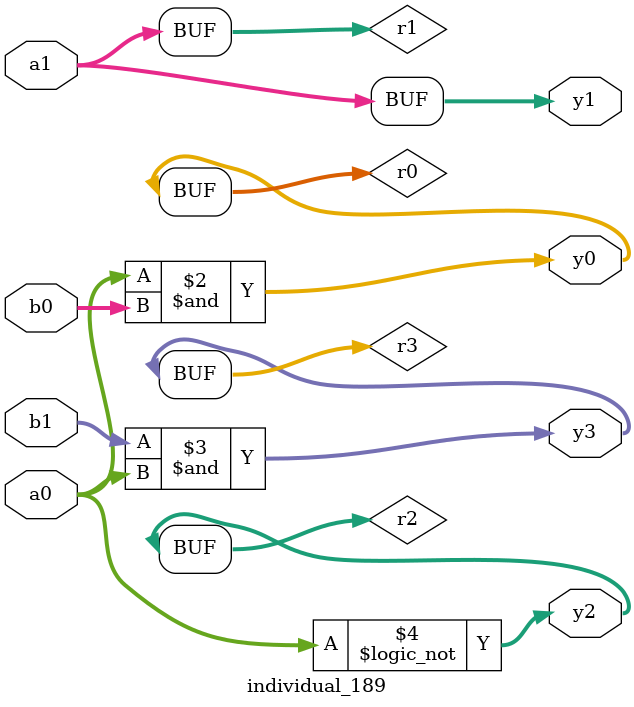
<source format=sv>
module individual_189(input logic [15:0] a1, input logic [15:0] a0, input logic [15:0] b1, input logic [15:0] b0, output logic [15:0] y3, output logic [15:0] y2, output logic [15:0] y1, output logic [15:0] y0);
logic [15:0] r0, r1, r2, r3; 
 always@(*) begin 
	 r0 = a0; r1 = a1; r2 = b0; r3 = b1; 
 	 r0  &=  r2 ;
 	 r3  &=  a0 ;
 	 r2 = ! a0 ;
 	 y3 = r3; y2 = r2; y1 = r1; y0 = r0; 
end
endmodule
</source>
